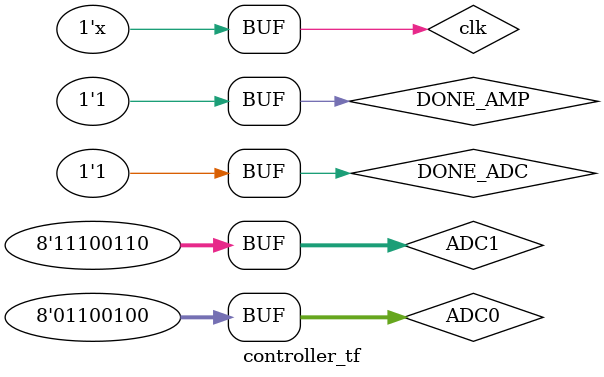
<source format=v>
`timescale 1ns / 1ps


module controller_tf;
	reg clk;
	reg DONE_AMP;
	reg DONE_ADC;
	reg [7:0] ADC0, ADC1;
	wire GO_AMP;
	wire GO_ADC;
	wire [7:0] T;
	wire [7:0] L;
	wire [1:0] select;
	ampAdcController uut (
		.clk(clk), 
		.GO_AMP(GO_AMP), 
		.GO_ADC(GO_ADC), 
		.T(T), 
		.L(L), 
		.select(select), 
		.DONE_AMP(DONE_AMP), 
		.DONE_ADC(DONE_ADC),
		.ADC0(ADC0),
		.ADC1(ADC1)
	);
	always
	#5 clk = ~clk;
	initial begin
		clk = 0;
		DONE_AMP = 0;
		DONE_ADC = 0;
		ADC0=100; ADC1=230;
		#71 DONE_AMP = 1;
		#70 DONE_ADC = 1;
	end     
endmodule


</source>
